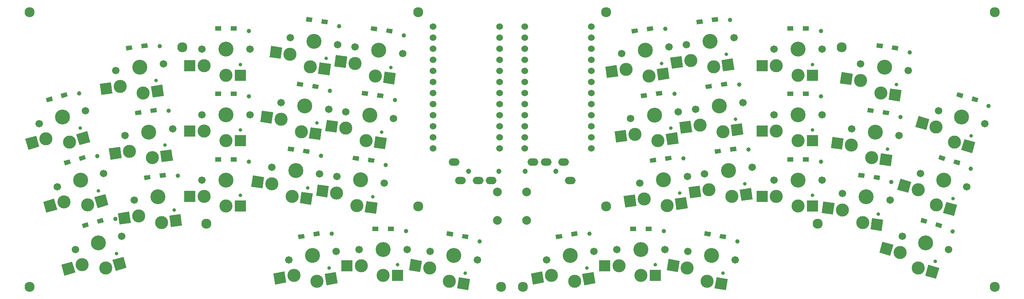
<source format=gbr>
%TF.GenerationSoftware,KiCad,Pcbnew,(5.1.9)-1*%
%TF.CreationDate,2021-03-06T17:12:20-05:00*%
%TF.ProjectId,ya36,79613336-2e6b-4696-9361-645f70636258,rev?*%
%TF.SameCoordinates,Original*%
%TF.FileFunction,Soldermask,Bot*%
%TF.FilePolarity,Negative*%
%FSLAX46Y46*%
G04 Gerber Fmt 4.6, Leading zero omitted, Abs format (unit mm)*
G04 Created by KiCad (PCBNEW (5.1.9)-1) date 2021-03-06 17:12:20*
%MOMM*%
%LPD*%
G01*
G04 APERTURE LIST*
%ADD10O,2.500000X1.700000*%
%ADD11C,1.200000*%
%ADD12C,2.000000*%
%ADD13C,1.524000*%
%ADD14C,2.300000*%
%ADD15C,0.990600*%
%ADD16R,2.600000X2.600000*%
%ADD17C,3.000000*%
%ADD18C,3.429000*%
%ADD19C,1.701800*%
%ADD20C,0.800000*%
%ADD21C,0.100000*%
%ADD22R,1.400000X1.000000*%
G04 APERTURE END LIST*
D10*
%TO.C,J1*%
X139200000Y-86400000D03*
X140700000Y-90600000D03*
X144700000Y-90600000D03*
X147700000Y-90600000D03*
D11*
X142500000Y-88500000D03*
X149500000Y-88500000D03*
%TD*%
D10*
%TO.C,J2*%
X165800000Y-90600000D03*
X164300000Y-86400000D03*
X160300000Y-86400000D03*
X157300000Y-86400000D03*
D11*
X162500000Y-88500000D03*
X155500000Y-88500000D03*
%TD*%
D12*
%TO.C,SWRST2*%
X155850000Y-93250000D03*
X155850000Y-99750000D03*
%TD*%
%TO.C,SWRST1*%
X149150000Y-99750000D03*
X149150000Y-93250000D03*
%TD*%
D13*
%TO.C,U2*%
X155391400Y-55272000D03*
X155391400Y-57812000D03*
X155391400Y-60352000D03*
X155391400Y-62892000D03*
X155391400Y-65432000D03*
X155391400Y-67972000D03*
X155391400Y-70512000D03*
X155391400Y-73052000D03*
X155391400Y-75592000D03*
X155391400Y-78132000D03*
X155391400Y-80672000D03*
X155391400Y-83212000D03*
X170611400Y-83212000D03*
X170611400Y-80672000D03*
X170611400Y-78132000D03*
X170611400Y-75592000D03*
X170611400Y-73052000D03*
X170611400Y-70512000D03*
X170611400Y-67972000D03*
X170611400Y-65432000D03*
X170611400Y-62892000D03*
X170611400Y-60352000D03*
X170611400Y-57812000D03*
X170611400Y-55272000D03*
%TD*%
%TO.C,U1*%
X134391400Y-55272000D03*
X134391400Y-57812000D03*
X134391400Y-60352000D03*
X134391400Y-62892000D03*
X134391400Y-65432000D03*
X134391400Y-67972000D03*
X134391400Y-70512000D03*
X134391400Y-73052000D03*
X134391400Y-75592000D03*
X134391400Y-78132000D03*
X134391400Y-80672000D03*
X134391400Y-83212000D03*
X149611400Y-83212000D03*
X149611400Y-80672000D03*
X149611400Y-78132000D03*
X149611400Y-75592000D03*
X149611400Y-73052000D03*
X149611400Y-70512000D03*
X149611400Y-67972000D03*
X149611400Y-65432000D03*
X149611400Y-62892000D03*
X149611400Y-60352000D03*
X149611400Y-57812000D03*
X149611400Y-55272000D03*
%TD*%
D14*
%TO.C,Ref\u002A\u002A*%
X263000000Y-52000000D03*
%TD*%
%TO.C,Ref\u002A\u002A*%
X263000000Y-115000000D03*
%TD*%
%TO.C,Ref\u002A\u002A*%
X155000000Y-115000000D03*
%TD*%
%TO.C,Ref\u002A\u002A*%
X222500000Y-100500000D03*
%TD*%
%TO.C,Ref\u002A\u002A*%
X174000000Y-96500000D03*
%TD*%
%TO.C,Ref\u002A\u002A*%
X228000000Y-60000000D03*
%TD*%
%TO.C,Ref\u002A\u002A*%
X174000000Y-52000000D03*
%TD*%
%TO.C,Ref\u002A\u002A*%
X77000000Y-60000000D03*
%TD*%
%TO.C,Ref\u002A\u002A*%
X131000000Y-96500000D03*
%TD*%
%TO.C,Ref\u002A\u002A*%
X82500000Y-100500000D03*
%TD*%
%TO.C,Ref\u002A\u002A*%
X131000000Y-52000000D03*
%TD*%
%TO.C,Ref\u002A\u002A*%
X42000000Y-52000000D03*
%TD*%
%TO.C,Ref\u002A\u002A*%
X42000000Y-115000000D03*
%TD*%
%TO.C,Ref\u002A\u002A*%
X150000000Y-115000000D03*
%TD*%
D15*
%TO.C,SW13*%
X92220000Y-86300000D03*
D16*
X78725000Y-94250000D03*
D17*
X87000000Y-96450000D03*
D18*
X87000000Y-90500000D03*
D17*
X82000000Y-94250000D03*
D16*
X90275000Y-96450000D03*
D19*
X81500000Y-90500000D03*
D20*
X90275000Y-94000000D03*
%TD*%
D15*
%TO.C,SW12*%
X75998557Y-89468412D03*
D21*
G36*
X62634893Y-100687458D02*
G01*
X62273042Y-98112761D01*
X64847739Y-97750910D01*
X65209590Y-100325607D01*
X62634893Y-100687458D01*
G37*
D17*
X72241965Y-100246116D03*
D18*
X71413885Y-94354021D03*
D17*
X66984444Y-98763392D03*
D21*
G36*
X74378670Y-101258598D02*
G01*
X74016819Y-98683901D01*
X76591516Y-98322050D01*
X76953367Y-100896747D01*
X74378670Y-101258598D01*
G37*
D19*
X65967411Y-95119473D03*
D20*
X75144119Y-97364167D03*
%TD*%
D21*
%TO.C,D19*%
G36*
X255853961Y-70738139D02*
G01*
X255578324Y-71699401D01*
X254232557Y-71313509D01*
X254508194Y-70352247D01*
X255853961Y-70738139D01*
G37*
G36*
X259266441Y-71716651D02*
G01*
X258990804Y-72677913D01*
X257645037Y-72292021D01*
X257920674Y-71330759D01*
X259266441Y-71716651D01*
G37*
%TD*%
%TO.C,D11*%
G36*
X55348446Y-100168610D02*
G01*
X55624083Y-101129872D01*
X54278316Y-101515764D01*
X54002679Y-100554502D01*
X55348446Y-100168610D01*
G37*
G36*
X58760926Y-99190098D02*
G01*
X59036563Y-100151360D01*
X57690796Y-100537252D01*
X57415159Y-99575990D01*
X58760926Y-99190098D01*
G37*
%TD*%
D15*
%TO.C,SW14*%
X108724535Y-84921379D03*
D21*
G36*
X92786168Y-92022292D02*
G01*
X93148019Y-89447595D01*
X95722716Y-89809446D01*
X95360865Y-92384143D01*
X92786168Y-92022292D01*
G37*
D17*
X102142729Y-94246116D03*
D18*
X102970809Y-88354021D03*
D17*
X97497570Y-91371661D03*
D21*
G36*
X103917583Y-95808331D02*
G01*
X104279434Y-93233634D01*
X106854131Y-93595485D01*
X106492280Y-96170182D01*
X103917583Y-95808331D01*
G37*
D19*
X108417283Y-89119473D03*
X97524335Y-87588569D03*
D20*
X105726831Y-92275751D03*
%TD*%
D21*
%TO.C,D27*%
G36*
X198146397Y-68450704D02*
G01*
X198285570Y-69440972D01*
X196899195Y-69635814D01*
X196760022Y-68645546D01*
X198146397Y-68450704D01*
G37*
G36*
X201661849Y-67956640D02*
G01*
X201801022Y-68946908D01*
X200414647Y-69141750D01*
X200275474Y-68151482D01*
X201661849Y-67956640D01*
G37*
%TD*%
%TO.C,D1*%
G36*
X47079325Y-71330759D02*
G01*
X47354962Y-72292021D01*
X46009195Y-72677913D01*
X45733558Y-71716651D01*
X47079325Y-71330759D01*
G37*
G36*
X50491805Y-70352247D02*
G01*
X50767442Y-71313509D01*
X49421675Y-71699401D01*
X49146038Y-70738139D01*
X50491805Y-70352247D01*
G37*
%TD*%
%TO.C,D2*%
G36*
X65443494Y-59596682D02*
G01*
X65582667Y-60586950D01*
X64196292Y-60781792D01*
X64057119Y-59791524D01*
X65443494Y-59596682D01*
G37*
G36*
X68958946Y-59102618D02*
G01*
X69098119Y-60092886D01*
X67711744Y-60287728D01*
X67572571Y-59297460D01*
X68958946Y-59102618D01*
G37*
%TD*%
D22*
%TO.C,D3*%
X85225000Y-55750000D03*
X88775000Y-55750000D03*
%TD*%
D21*
%TO.C,D4*%
G36*
X106812122Y-53297460D02*
G01*
X106672949Y-54287728D01*
X105286574Y-54092886D01*
X105425747Y-53102618D01*
X106812122Y-53297460D01*
G37*
G36*
X110327574Y-53791524D02*
G01*
X110188401Y-54781792D01*
X108802026Y-54586950D01*
X108941199Y-53596682D01*
X110327574Y-53791524D01*
G37*
%TD*%
%TO.C,D5*%
G36*
X121666143Y-55385057D02*
G01*
X121526970Y-56375325D01*
X120140595Y-56180483D01*
X120279768Y-55190215D01*
X121666143Y-55385057D01*
G37*
G36*
X125181595Y-55879121D02*
G01*
X125042422Y-56869389D01*
X123656047Y-56674547D01*
X123795220Y-55684279D01*
X125181595Y-55879121D01*
G37*
%TD*%
%TO.C,D6*%
G36*
X51213886Y-85749684D02*
G01*
X51489523Y-86710946D01*
X50143756Y-87096838D01*
X49868119Y-86135576D01*
X51213886Y-85749684D01*
G37*
G36*
X54626366Y-84771172D02*
G01*
X54902003Y-85732434D01*
X53556236Y-86118326D01*
X53280599Y-85157064D01*
X54626366Y-84771172D01*
G37*
%TD*%
%TO.C,D7*%
G36*
X67531090Y-74450702D02*
G01*
X67670263Y-75440970D01*
X66283888Y-75635812D01*
X66144715Y-74645544D01*
X67531090Y-74450702D01*
G37*
G36*
X71046542Y-73956638D02*
G01*
X71185715Y-74946906D01*
X69799340Y-75141748D01*
X69660167Y-74151480D01*
X71046542Y-73956638D01*
G37*
%TD*%
D22*
%TO.C,D8*%
X85225000Y-70750000D03*
X88775000Y-70750000D03*
%TD*%
D21*
%TO.C,D9*%
G36*
X104724526Y-68151482D02*
G01*
X104585353Y-69141750D01*
X103198978Y-68946908D01*
X103338151Y-67956640D01*
X104724526Y-68151482D01*
G37*
G36*
X108239978Y-68645546D02*
G01*
X108100805Y-69635814D01*
X106714430Y-69440972D01*
X106853603Y-68450704D01*
X108239978Y-68645546D01*
G37*
%TD*%
%TO.C,D10*%
G36*
X119578547Y-70239077D02*
G01*
X119439374Y-71229345D01*
X118052999Y-71034503D01*
X118192172Y-70044235D01*
X119578547Y-70239077D01*
G37*
G36*
X123093999Y-70733141D02*
G01*
X122954826Y-71723409D01*
X121568451Y-71528567D01*
X121707624Y-70538299D01*
X123093999Y-70733141D01*
G37*
%TD*%
%TO.C,D12*%
G36*
X69618687Y-89304724D02*
G01*
X69757860Y-90294992D01*
X68371485Y-90489834D01*
X68232312Y-89499566D01*
X69618687Y-89304724D01*
G37*
G36*
X73134139Y-88810660D02*
G01*
X73273312Y-89800928D01*
X71886937Y-89995770D01*
X71747764Y-89005502D01*
X73134139Y-88810660D01*
G37*
%TD*%
D22*
%TO.C,D13*%
X85225000Y-85750000D03*
X88775000Y-85750000D03*
%TD*%
D21*
%TO.C,D14*%
G36*
X102636929Y-83005502D02*
G01*
X102497756Y-83995770D01*
X101111381Y-83800928D01*
X101250554Y-82810660D01*
X102636929Y-83005502D01*
G37*
G36*
X106152381Y-83499566D02*
G01*
X106013208Y-84489834D01*
X104626833Y-84294992D01*
X104766006Y-83304724D01*
X106152381Y-83499566D01*
G37*
%TD*%
%TO.C,D15*%
G36*
X117490950Y-85093098D02*
G01*
X117351777Y-86083366D01*
X115965402Y-85888524D01*
X116104575Y-84898256D01*
X117490950Y-85093098D01*
G37*
G36*
X121006402Y-85587162D02*
G01*
X120867229Y-86577430D01*
X119480854Y-86382588D01*
X119620027Y-85392320D01*
X121006402Y-85587162D01*
G37*
%TD*%
%TO.C,D16*%
G36*
X104841259Y-102845160D02*
G01*
X105014908Y-103829968D01*
X103636177Y-104073076D01*
X103462528Y-103088268D01*
X104841259Y-102845160D01*
G37*
G36*
X108337327Y-102228708D02*
G01*
X108510976Y-103213516D01*
X107132245Y-103456624D01*
X106958596Y-102471816D01*
X108337327Y-102228708D01*
G37*
%TD*%
D22*
%TO.C,D17*%
X121225000Y-101662426D03*
X124775000Y-101662426D03*
%TD*%
D21*
%TO.C,D18*%
G36*
X139041404Y-102471816D02*
G01*
X138867755Y-103456624D01*
X137489024Y-103213516D01*
X137662673Y-102228708D01*
X139041404Y-102471816D01*
G37*
G36*
X142537472Y-103088268D02*
G01*
X142363823Y-104073076D01*
X140985092Y-103829968D01*
X141158741Y-102845160D01*
X142537472Y-103088268D01*
G37*
%TD*%
%TO.C,D20*%
G36*
X237427428Y-59297460D02*
G01*
X237288255Y-60287728D01*
X235901880Y-60092886D01*
X236041053Y-59102618D01*
X237427428Y-59297460D01*
G37*
G36*
X240942880Y-59791524D02*
G01*
X240803707Y-60781792D01*
X239417332Y-60586950D01*
X239556505Y-59596682D01*
X240942880Y-59791524D01*
G37*
%TD*%
D22*
%TO.C,D21*%
X216225000Y-55750000D03*
X219775000Y-55750000D03*
%TD*%
D21*
%TO.C,D22*%
G36*
X196058801Y-53596682D02*
G01*
X196197974Y-54586950D01*
X194811599Y-54781792D01*
X194672426Y-53791524D01*
X196058801Y-53596682D01*
G37*
G36*
X199574253Y-53102618D02*
G01*
X199713426Y-54092886D01*
X198327051Y-54287728D01*
X198187878Y-53297460D01*
X199574253Y-53102618D01*
G37*
%TD*%
%TO.C,D23*%
G36*
X181204780Y-55684279D02*
G01*
X181343953Y-56674547D01*
X179957578Y-56869389D01*
X179818405Y-55879121D01*
X181204780Y-55684279D01*
G37*
G36*
X184720232Y-55190215D02*
G01*
X184859405Y-56180483D01*
X183473030Y-56375325D01*
X183333857Y-55385057D01*
X184720232Y-55190215D01*
G37*
%TD*%
%TO.C,D24*%
G36*
X251719400Y-85157064D02*
G01*
X251443763Y-86118326D01*
X250097996Y-85732434D01*
X250373633Y-84771172D01*
X251719400Y-85157064D01*
G37*
G36*
X255131880Y-86135576D02*
G01*
X254856243Y-87096838D01*
X253510476Y-86710946D01*
X253786113Y-85749684D01*
X255131880Y-86135576D01*
G37*
%TD*%
%TO.C,D25*%
G36*
X235339832Y-74151480D02*
G01*
X235200659Y-75141748D01*
X233814284Y-74946906D01*
X233953457Y-73956638D01*
X235339832Y-74151480D01*
G37*
G36*
X238855284Y-74645544D02*
G01*
X238716111Y-75635812D01*
X237329736Y-75440970D01*
X237468909Y-74450702D01*
X238855284Y-74645544D01*
G37*
%TD*%
D22*
%TO.C,D26*%
X216225000Y-70750000D03*
X219775000Y-70750000D03*
%TD*%
D21*
%TO.C,D28*%
G36*
X183292376Y-70538299D02*
G01*
X183431549Y-71528567D01*
X182045174Y-71723409D01*
X181906001Y-70733141D01*
X183292376Y-70538299D01*
G37*
G36*
X186807828Y-70044235D02*
G01*
X186947001Y-71034503D01*
X185560626Y-71229345D01*
X185421453Y-70239077D01*
X186807828Y-70044235D01*
G37*
%TD*%
%TO.C,D29*%
G36*
X247584840Y-99575990D02*
G01*
X247309203Y-100537252D01*
X245963436Y-100151360D01*
X246239073Y-99190098D01*
X247584840Y-99575990D01*
G37*
G36*
X250997320Y-100554502D02*
G01*
X250721683Y-101515764D01*
X249375916Y-101129872D01*
X249651553Y-100168610D01*
X250997320Y-100554502D01*
G37*
%TD*%
%TO.C,D30*%
G36*
X233252235Y-89005502D02*
G01*
X233113062Y-89995770D01*
X231726687Y-89800928D01*
X231865860Y-88810660D01*
X233252235Y-89005502D01*
G37*
G36*
X236767687Y-89499566D02*
G01*
X236628514Y-90489834D01*
X235242139Y-90294992D01*
X235381312Y-89304724D01*
X236767687Y-89499566D01*
G37*
%TD*%
D22*
%TO.C,D31*%
X216225000Y-85750000D03*
X219775000Y-85750000D03*
%TD*%
D21*
%TO.C,D32*%
G36*
X200233994Y-83304724D02*
G01*
X200373167Y-84294992D01*
X198986792Y-84489834D01*
X198847619Y-83499566D01*
X200233994Y-83304724D01*
G37*
G36*
X203749446Y-82810660D02*
G01*
X203888619Y-83800928D01*
X202502244Y-83995770D01*
X202363071Y-83005502D01*
X203749446Y-82810660D01*
G37*
%TD*%
%TO.C,D33*%
G36*
X185379973Y-85392320D02*
G01*
X185519146Y-86382588D01*
X184132771Y-86577430D01*
X183993598Y-85587162D01*
X185379973Y-85392320D01*
G37*
G36*
X188895425Y-84898256D02*
G01*
X189034598Y-85888524D01*
X187648223Y-86083366D01*
X187509050Y-85093098D01*
X188895425Y-84898256D01*
G37*
%TD*%
%TO.C,D34*%
G36*
X198041404Y-102471816D02*
G01*
X197867755Y-103456624D01*
X196489024Y-103213516D01*
X196662673Y-102228708D01*
X198041404Y-102471816D01*
G37*
G36*
X201537472Y-103088268D02*
G01*
X201363823Y-104073076D01*
X199985092Y-103829968D01*
X200158741Y-102845160D01*
X201537472Y-103088268D01*
G37*
%TD*%
D22*
%TO.C,D35*%
X180225000Y-101662426D03*
X183775000Y-101662426D03*
%TD*%
D21*
%TO.C,D36*%
G36*
X163841259Y-102845160D02*
G01*
X164014908Y-103829968D01*
X162636177Y-104073076D01*
X162462528Y-103088268D01*
X163841259Y-102845160D01*
G37*
G36*
X167337327Y-102228708D02*
G01*
X167510976Y-103213516D01*
X166132245Y-103456624D01*
X165958596Y-102471816D01*
X167337327Y-102228708D01*
G37*
%TD*%
D15*
%TO.C,SW1*%
X53419887Y-70604948D03*
D21*
G36*
X41747666Y-83574673D02*
G01*
X41031009Y-81075392D01*
X43530290Y-80358735D01*
X44246947Y-82858016D01*
X41747666Y-83574673D01*
G37*
D17*
X51199820Y-81800581D03*
D18*
X49559778Y-76081074D03*
D17*
X45787110Y-81063992D03*
D21*
G36*
X53456640Y-82505838D02*
G01*
X52739983Y-80006557D01*
X55239264Y-79289900D01*
X55955921Y-81789181D01*
X53456640Y-82505838D01*
G37*
D19*
X54846717Y-74565069D03*
X44272839Y-77597079D03*
D20*
X53672641Y-78542778D03*
%TD*%
D15*
%TO.C,SW2*%
X71823364Y-59760370D03*
D21*
G36*
X58459700Y-70979416D02*
G01*
X58097849Y-68404719D01*
X60672546Y-68042868D01*
X61034397Y-70617565D01*
X58459700Y-70979416D01*
G37*
D17*
X68066772Y-70538074D03*
D18*
X67238692Y-64645979D03*
D17*
X62809251Y-69055350D03*
D21*
G36*
X70203477Y-71550556D02*
G01*
X69841626Y-68975859D01*
X72416323Y-68614008D01*
X72778174Y-71188705D01*
X70203477Y-71550556D01*
G37*
D19*
X72685166Y-63880527D03*
X61792218Y-65411431D03*
D20*
X70968926Y-67656125D03*
%TD*%
D15*
%TO.C,SW3*%
X92220000Y-56300000D03*
D16*
X78725000Y-64250000D03*
D17*
X87000000Y-66450000D03*
D18*
X87000000Y-60500000D03*
D17*
X82000000Y-64250000D03*
D16*
X90275000Y-66450000D03*
D19*
X92500000Y-60500000D03*
X81500000Y-60500000D03*
D20*
X90275000Y-64000000D03*
%TD*%
D15*
%TO.C,SW4*%
X112899728Y-55213337D03*
D21*
G36*
X96961361Y-62314250D02*
G01*
X97323212Y-59739553D01*
X99897909Y-60101404D01*
X99536058Y-62676101D01*
X96961361Y-62314250D01*
G37*
D17*
X106317922Y-64538074D03*
D18*
X107146002Y-58645979D03*
D17*
X101672763Y-61663619D03*
D21*
G36*
X108092776Y-66100289D02*
G01*
X108454627Y-63525592D01*
X111029324Y-63887443D01*
X110667473Y-66462140D01*
X108092776Y-66100289D01*
G37*
D19*
X112592476Y-59411431D03*
X101699528Y-57880527D03*
D20*
X109902024Y-62567709D03*
%TD*%
D15*
%TO.C,SW5*%
X127753749Y-57300934D03*
D21*
G36*
X111815382Y-64401847D02*
G01*
X112177233Y-61827150D01*
X114751930Y-62189001D01*
X114390079Y-64763698D01*
X111815382Y-64401847D01*
G37*
D17*
X121171943Y-66625671D03*
D18*
X122000023Y-60733576D03*
D17*
X116526784Y-63751216D03*
D21*
G36*
X122946797Y-68187886D02*
G01*
X123308648Y-65613189D01*
X125883345Y-65975040D01*
X125521494Y-68549737D01*
X122946797Y-68187886D01*
G37*
D19*
X127446497Y-61499028D03*
X116553549Y-59968124D03*
D20*
X124756045Y-64655306D03*
%TD*%
D15*
%TO.C,SW6*%
X57554448Y-85023873D03*
D21*
G36*
X45882227Y-97993598D02*
G01*
X45165570Y-95494317D01*
X47664851Y-94777660D01*
X48381508Y-97276941D01*
X45882227Y-97993598D01*
G37*
D17*
X55334381Y-96219506D03*
D18*
X53694339Y-90499999D03*
D17*
X49921671Y-95482917D03*
D21*
G36*
X57591201Y-96924763D02*
G01*
X56874544Y-94425482D01*
X59373825Y-93708825D01*
X60090482Y-96208106D01*
X57591201Y-96924763D01*
G37*
D19*
X58981278Y-88983994D03*
X48407400Y-92016004D03*
D20*
X57807202Y-92961703D03*
%TD*%
D15*
%TO.C,SW7*%
X73910960Y-74614390D03*
D21*
G36*
X60547296Y-85833436D02*
G01*
X60185445Y-83258739D01*
X62760142Y-82896888D01*
X63121993Y-85471585D01*
X60547296Y-85833436D01*
G37*
D17*
X70154368Y-85392094D03*
D18*
X69326288Y-79499999D03*
D17*
X64896847Y-83909370D03*
D21*
G36*
X72291073Y-86404576D02*
G01*
X71929222Y-83829879D01*
X74503919Y-83468028D01*
X74865770Y-86042725D01*
X72291073Y-86404576D01*
G37*
D19*
X74772762Y-78734547D03*
X63879814Y-80265451D03*
D20*
X73056522Y-82510145D03*
%TD*%
D15*
%TO.C,SW8*%
X92220000Y-71300000D03*
D16*
X78725000Y-79250000D03*
D17*
X87000000Y-81450000D03*
D18*
X87000000Y-75500000D03*
D17*
X82000000Y-79250000D03*
D16*
X90275000Y-81450000D03*
D19*
X92500000Y-75500000D03*
X81500000Y-75500000D03*
D20*
X90275000Y-79000000D03*
%TD*%
D15*
%TO.C,SW9*%
X110812132Y-70067359D03*
D21*
G36*
X94873765Y-77168272D02*
G01*
X95235616Y-74593575D01*
X97810313Y-74955426D01*
X97448462Y-77530123D01*
X94873765Y-77168272D01*
G37*
D17*
X104230326Y-79392096D03*
D18*
X105058406Y-73500001D03*
D17*
X99585167Y-76517641D03*
D21*
G36*
X106005180Y-80954311D02*
G01*
X106367031Y-78379614D01*
X108941728Y-78741465D01*
X108579877Y-81316162D01*
X106005180Y-80954311D01*
G37*
D19*
X110504880Y-74265453D03*
X99611932Y-72734549D03*
D20*
X107814428Y-77421731D03*
%TD*%
D15*
%TO.C,SW10*%
X125666153Y-72154954D03*
D21*
G36*
X109727786Y-79255867D02*
G01*
X110089637Y-76681170D01*
X112664334Y-77043021D01*
X112302483Y-79617718D01*
X109727786Y-79255867D01*
G37*
D17*
X119084347Y-81479691D03*
D18*
X119912427Y-75587596D03*
D17*
X114439188Y-78605236D03*
D21*
G36*
X120859201Y-83041906D02*
G01*
X121221052Y-80467209D01*
X123795749Y-80829060D01*
X123433898Y-83403757D01*
X120859201Y-83041906D01*
G37*
D19*
X125358901Y-76353048D03*
X114465953Y-74822144D03*
D20*
X122668449Y-79509326D03*
%TD*%
D15*
%TO.C,SW11*%
X61689008Y-99442799D03*
D21*
G36*
X50016787Y-112412524D02*
G01*
X49300130Y-109913243D01*
X51799411Y-109196586D01*
X52516068Y-111695867D01*
X50016787Y-112412524D01*
G37*
D17*
X59468941Y-110638432D03*
D18*
X57828899Y-104918925D03*
D17*
X54056231Y-109901843D03*
D21*
G36*
X61725761Y-111343689D02*
G01*
X61009104Y-108844408D01*
X63508385Y-108127751D01*
X64225042Y-110627032D01*
X61725761Y-111343689D01*
G37*
D19*
X63115838Y-103402920D03*
X52541960Y-106434930D03*
D20*
X61941762Y-107380629D03*
%TD*%
D15*
%TO.C,SW15*%
X123578556Y-87008975D03*
D21*
G36*
X107640189Y-94109888D02*
G01*
X108002040Y-91535191D01*
X110576737Y-91897042D01*
X110214886Y-94471739D01*
X107640189Y-94109888D01*
G37*
D17*
X116996750Y-96333712D03*
D18*
X117824830Y-90441617D03*
D17*
X112351591Y-93459257D03*
D21*
G36*
X118771604Y-97895927D02*
G01*
X119133455Y-95321230D01*
X121708152Y-95683081D01*
X121346301Y-98257778D01*
X118771604Y-97895927D01*
G37*
D19*
X123271304Y-91207069D03*
X112378356Y-89676165D03*
D20*
X120580852Y-94363347D03*
%TD*%
D15*
%TO.C,SW16*%
X111222955Y-102786093D03*
D21*
G36*
X98258971Y-114464690D02*
G01*
X97807485Y-111904190D01*
X100367985Y-111452704D01*
X100819471Y-114013204D01*
X98258971Y-114464690D01*
G37*
D17*
X107844788Y-113688335D03*
D18*
X106811581Y-107828729D03*
D17*
X102538723Y-112389999D03*
D21*
G36*
X110015526Y-114625630D02*
G01*
X109564040Y-112065130D01*
X112124540Y-111613644D01*
X112576026Y-114174144D01*
X110015526Y-114625630D01*
G37*
D19*
X112228024Y-106873664D03*
X101395138Y-108783794D03*
D20*
X110644595Y-110706858D03*
%TD*%
D15*
%TO.C,SW17*%
X128220000Y-102212426D03*
D16*
X114725000Y-110162426D03*
D17*
X123000000Y-112362426D03*
D18*
X123000000Y-106412426D03*
D17*
X118000000Y-110162426D03*
D16*
X126275000Y-112362426D03*
D19*
X128500000Y-106412426D03*
X117500000Y-106412426D03*
D20*
X126275000Y-109912426D03*
%TD*%
D15*
%TO.C,SW18*%
X145058439Y-104598980D03*
D21*
G36*
X128881962Y-111139326D02*
G01*
X129333448Y-108578826D01*
X131893948Y-109030312D01*
X131442462Y-111590812D01*
X128881962Y-111139326D01*
G37*
D17*
X138155213Y-113688335D03*
D18*
X139188420Y-107828729D03*
D17*
X133613201Y-110653517D03*
D21*
G36*
X139874466Y-115311540D02*
G01*
X140325952Y-112751040D01*
X142886452Y-113202526D01*
X142434966Y-115763026D01*
X139874466Y-115311540D01*
G37*
D19*
X144604863Y-108783794D03*
X133771977Y-106873664D03*
D20*
X141805897Y-111844254D03*
%TD*%
D15*
%TO.C,SW19*%
X261615685Y-73482602D03*
D21*
G36*
X244844172Y-78296218D02*
G01*
X245560829Y-75796937D01*
X248060110Y-76513594D01*
X247343453Y-79012875D01*
X244844172Y-78296218D01*
G37*
D17*
X253800180Y-81800581D03*
D18*
X255440222Y-76081074D03*
D17*
X249600273Y-78307619D03*
D21*
G36*
X255340343Y-83594605D02*
G01*
X256057000Y-81095324D01*
X258556281Y-81811981D01*
X257839624Y-84311262D01*
X255340343Y-83594605D01*
G37*
D19*
X260727161Y-77597079D03*
X250153283Y-74565069D03*
D20*
X257623623Y-80348202D03*
%TD*%
D15*
%TO.C,SW20*%
X243515034Y-61213337D03*
D21*
G36*
X227576667Y-68314250D02*
G01*
X227938518Y-65739553D01*
X230513215Y-66101404D01*
X230151364Y-68676101D01*
X227576667Y-68314250D01*
G37*
D17*
X236933228Y-70538074D03*
D18*
X237761308Y-64645979D03*
D17*
X232288069Y-67663619D03*
D21*
G36*
X238708082Y-72100289D02*
G01*
X239069933Y-69525592D01*
X241644630Y-69887443D01*
X241282779Y-72462140D01*
X238708082Y-72100289D01*
G37*
D19*
X243207782Y-65411431D03*
X232314834Y-63880527D03*
D20*
X240517330Y-68567709D03*
%TD*%
D15*
%TO.C,SW21*%
X223220000Y-56300000D03*
D16*
X209725000Y-64250000D03*
D17*
X218000000Y-66450000D03*
D18*
X218000000Y-60500000D03*
D17*
X213000000Y-64250000D03*
D16*
X221275000Y-66450000D03*
D19*
X223500000Y-60500000D03*
X212500000Y-60500000D03*
D20*
X221275000Y-64000000D03*
%TD*%
D15*
%TO.C,SW22*%
X202438671Y-53760370D03*
D21*
G36*
X189075007Y-64979416D02*
G01*
X188713156Y-62404719D01*
X191287853Y-62042868D01*
X191649704Y-64617565D01*
X189075007Y-64979416D01*
G37*
D17*
X198682079Y-64538074D03*
D18*
X197853999Y-58645979D03*
D17*
X193424558Y-63055350D03*
D21*
G36*
X200818784Y-65550556D02*
G01*
X200456933Y-62975859D01*
X203031630Y-62614008D01*
X203393481Y-65188705D01*
X200818784Y-65550556D01*
G37*
D19*
X203300473Y-57880527D03*
X192407525Y-59411431D03*
D20*
X201584233Y-61656125D03*
%TD*%
D15*
%TO.C,SW23*%
X187584650Y-55847967D03*
D21*
G36*
X174220986Y-67067013D02*
G01*
X173859135Y-64492316D01*
X176433832Y-64130465D01*
X176795683Y-66705162D01*
X174220986Y-67067013D01*
G37*
D17*
X183828058Y-66625671D03*
D18*
X182999978Y-60733576D03*
D17*
X178570537Y-65142947D03*
D21*
G36*
X185964763Y-67638153D02*
G01*
X185602912Y-65063456D01*
X188177609Y-64701605D01*
X188539460Y-67276302D01*
X185964763Y-67638153D01*
G37*
D19*
X188446452Y-59968124D03*
X177553504Y-61499028D03*
D20*
X186730212Y-63743722D03*
%TD*%
D15*
%TO.C,SW24*%
X257481124Y-87901527D03*
D21*
G36*
X240709611Y-92715143D02*
G01*
X241426268Y-90215862D01*
X243925549Y-90932519D01*
X243208892Y-93431800D01*
X240709611Y-92715143D01*
G37*
D17*
X249665619Y-96219506D03*
D18*
X251305661Y-90499999D03*
D17*
X245465712Y-92726544D03*
D21*
G36*
X251205782Y-98013530D02*
G01*
X251922439Y-95514249D01*
X254421720Y-96230906D01*
X253705063Y-98730187D01*
X251205782Y-98013530D01*
G37*
D19*
X256592600Y-92016004D03*
X246018722Y-88983994D03*
D20*
X253489062Y-94767127D03*
%TD*%
D15*
%TO.C,SW25*%
X241427438Y-76067357D03*
D21*
G36*
X225489071Y-83168270D02*
G01*
X225850922Y-80593573D01*
X228425619Y-80955424D01*
X228063768Y-83530121D01*
X225489071Y-83168270D01*
G37*
D17*
X234845632Y-85392094D03*
D18*
X235673712Y-79499999D03*
D17*
X230200473Y-82517639D03*
D21*
G36*
X236620486Y-86954309D02*
G01*
X236982337Y-84379612D01*
X239557034Y-84741463D01*
X239195183Y-87316160D01*
X236620486Y-86954309D01*
G37*
D19*
X241120186Y-80265451D03*
X230227238Y-78734547D03*
D20*
X238429734Y-83421729D03*
%TD*%
D15*
%TO.C,SW26*%
X223220000Y-71300000D03*
D16*
X209725000Y-79250000D03*
D17*
X218000000Y-81450000D03*
D18*
X218000000Y-75500000D03*
D17*
X213000000Y-79250000D03*
D16*
X221275000Y-81450000D03*
D19*
X223500000Y-75500000D03*
X212500000Y-75500000D03*
D20*
X221275000Y-79000000D03*
%TD*%
D15*
%TO.C,SW27*%
X204526267Y-68614392D03*
D21*
G36*
X191162603Y-79833438D02*
G01*
X190800752Y-77258741D01*
X193375449Y-76896890D01*
X193737300Y-79471587D01*
X191162603Y-79833438D01*
G37*
D17*
X200769675Y-79392096D03*
D18*
X199941595Y-73500001D03*
D17*
X195512154Y-77909372D03*
D21*
G36*
X202906380Y-80404578D02*
G01*
X202544529Y-77829881D01*
X205119226Y-77468030D01*
X205481077Y-80042727D01*
X202906380Y-80404578D01*
G37*
D19*
X205388069Y-72734549D03*
X194495121Y-74265453D03*
D20*
X203671829Y-76510147D03*
%TD*%
D15*
%TO.C,SW28*%
X189672246Y-70701987D03*
D21*
G36*
X176308582Y-81921033D02*
G01*
X175946731Y-79346336D01*
X178521428Y-78984485D01*
X178883279Y-81559182D01*
X176308582Y-81921033D01*
G37*
D17*
X185915654Y-81479691D03*
D18*
X185087574Y-75587596D03*
D17*
X180658133Y-79996967D03*
D21*
G36*
X188052359Y-82492173D02*
G01*
X187690508Y-79917476D01*
X190265205Y-79555625D01*
X190627056Y-82130322D01*
X188052359Y-82492173D01*
G37*
D19*
X190534048Y-74822144D03*
X179641100Y-76353048D03*
D20*
X188817808Y-78597742D03*
%TD*%
D15*
%TO.C,SW29*%
X253346564Y-102320453D03*
D21*
G36*
X236575051Y-107134069D02*
G01*
X237291708Y-104634788D01*
X239790989Y-105351445D01*
X239074332Y-107850726D01*
X236575051Y-107134069D01*
G37*
D17*
X245531059Y-110638432D03*
D18*
X247171101Y-104918925D03*
D17*
X241331152Y-107145470D03*
D21*
G36*
X247071222Y-112432456D02*
G01*
X247787879Y-109933175D01*
X250287160Y-110649832D01*
X249570503Y-113149113D01*
X247071222Y-112432456D01*
G37*
D19*
X252458040Y-106434930D03*
X241884162Y-103402920D03*
D20*
X249354502Y-109186053D03*
%TD*%
D15*
%TO.C,SW30*%
X239339841Y-90921379D03*
D21*
G36*
X223401474Y-98022292D02*
G01*
X223763325Y-95447595D01*
X226338022Y-95809446D01*
X225976171Y-98384143D01*
X223401474Y-98022292D01*
G37*
D17*
X232758035Y-100246116D03*
D18*
X233586115Y-94354021D03*
D17*
X228112876Y-97371661D03*
D21*
G36*
X234532889Y-101808331D02*
G01*
X234894740Y-99233634D01*
X237469437Y-99595485D01*
X237107586Y-102170182D01*
X234532889Y-101808331D01*
G37*
D19*
X239032589Y-95119473D03*
X228139641Y-93588569D03*
D20*
X236342137Y-98275751D03*
%TD*%
D15*
%TO.C,SW31*%
X223220000Y-86300000D03*
D16*
X209725000Y-94250000D03*
D17*
X218000000Y-96450000D03*
D18*
X218000000Y-90500000D03*
D17*
X213000000Y-94250000D03*
D16*
X221275000Y-96450000D03*
D19*
X223500000Y-90500000D03*
X212500000Y-90500000D03*
D20*
X221275000Y-94000000D03*
%TD*%
D15*
%TO.C,SW32*%
X206613864Y-83468412D03*
D21*
G36*
X193250200Y-94687458D02*
G01*
X192888349Y-92112761D01*
X195463046Y-91750910D01*
X195824897Y-94325607D01*
X193250200Y-94687458D01*
G37*
D17*
X202857272Y-94246116D03*
D18*
X202029192Y-88354021D03*
D17*
X197599751Y-92763392D03*
D21*
G36*
X204993977Y-95258598D02*
G01*
X204632126Y-92683901D01*
X207206823Y-92322050D01*
X207568674Y-94896747D01*
X204993977Y-95258598D01*
G37*
D19*
X207475666Y-87588569D03*
X196582718Y-89119473D03*
D20*
X205759426Y-91364167D03*
%TD*%
D15*
%TO.C,SW33*%
X191759843Y-85556008D03*
D21*
G36*
X178396179Y-96775054D02*
G01*
X178034328Y-94200357D01*
X180609025Y-93838506D01*
X180970876Y-96413203D01*
X178396179Y-96775054D01*
G37*
D17*
X188003251Y-96333712D03*
D18*
X187175171Y-90441617D03*
D17*
X182745730Y-94850988D03*
D21*
G36*
X190139956Y-97346194D02*
G01*
X189778105Y-94771497D01*
X192352802Y-94409646D01*
X192714653Y-96984343D01*
X190139956Y-97346194D01*
G37*
D19*
X192621645Y-89676165D03*
X181728697Y-91207069D03*
D20*
X190905405Y-93451763D03*
%TD*%
D15*
%TO.C,SW34*%
X204058439Y-104598980D03*
D21*
G36*
X187881962Y-111139326D02*
G01*
X188333448Y-108578826D01*
X190893948Y-109030312D01*
X190442462Y-111590812D01*
X187881962Y-111139326D01*
G37*
D17*
X197155213Y-113688335D03*
D18*
X198188420Y-107828729D03*
D17*
X192613201Y-110653517D03*
D21*
G36*
X198874466Y-115311540D02*
G01*
X199325952Y-112751040D01*
X201886452Y-113202526D01*
X201434966Y-115763026D01*
X198874466Y-115311540D01*
G37*
D19*
X203604863Y-108783794D03*
X192771977Y-106873664D03*
D20*
X200805897Y-111844254D03*
%TD*%
D15*
%TO.C,SW35*%
X187220000Y-102212426D03*
D16*
X173725000Y-110162426D03*
D17*
X182000000Y-112362426D03*
D18*
X182000000Y-106412426D03*
D17*
X177000000Y-110162426D03*
D16*
X185275000Y-112362426D03*
D19*
X187500000Y-106412426D03*
X176500000Y-106412426D03*
D20*
X185275000Y-109912426D03*
%TD*%
D15*
%TO.C,SW36*%
X170222955Y-102786093D03*
D21*
G36*
X157258971Y-114464690D02*
G01*
X156807485Y-111904190D01*
X159367985Y-111452704D01*
X159819471Y-114013204D01*
X157258971Y-114464690D01*
G37*
D17*
X166844788Y-113688335D03*
D18*
X165811581Y-107828729D03*
D17*
X161538723Y-112389999D03*
D21*
G36*
X169015526Y-114625630D02*
G01*
X168564040Y-112065130D01*
X171124540Y-111613644D01*
X171576026Y-114174144D01*
X169015526Y-114625630D01*
G37*
D19*
X171228024Y-106873664D03*
X160395138Y-108783794D03*
D20*
X169644595Y-110706858D03*
%TD*%
M02*

</source>
